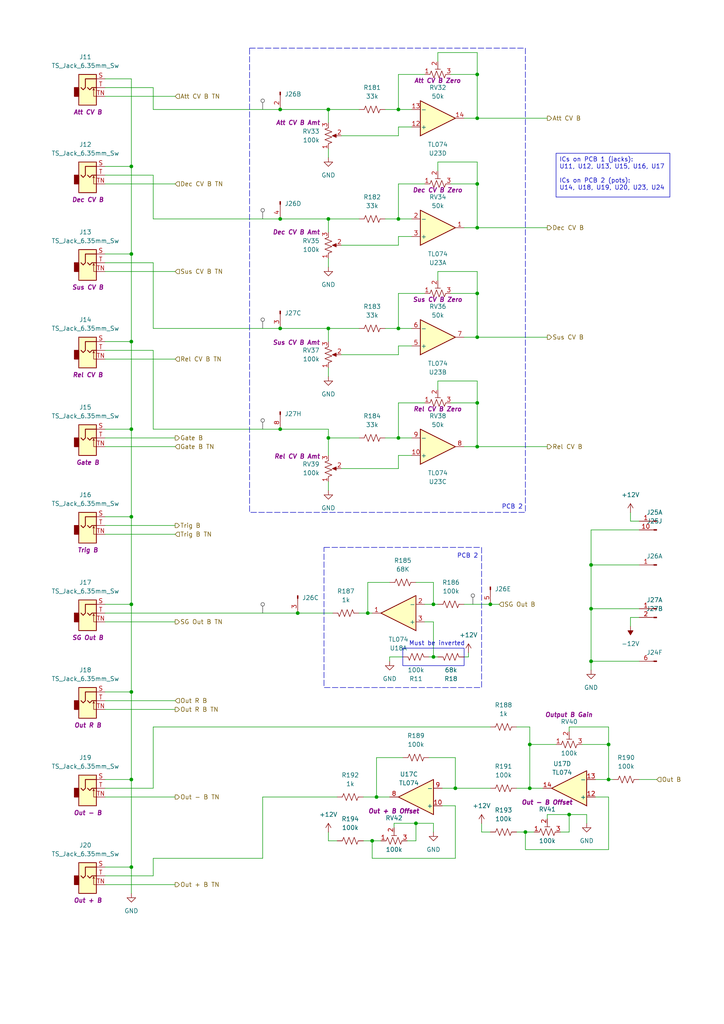
<source format=kicad_sch>
(kicad_sch (version 20250114) (generator "eeschema") (generator_version "9.0")
  (paper "A4" portrait)
  (title_block (company "DMH Instruments") (comment 1 "PCB for 15cm Kosmo format synthesizer module"))
  (lib_symbols
    (symbol "Amplifier_Operational:TL074" (pin_names (offset 0.127))
      (property "Reference" "U" (at 0 5.08 0))
      (property "Value" "TL074" (at 0 -5.08 0))
      (symbol "TL074_1_1"
        (polyline (pts (xy -5.08 5.08) (xy 5.08 0) (xy -5.08 -5.08) (xy -5.08 5.08)) (stroke (width 0.254)) (fill (type background)))
        (pin input line (at -7.62 2.54 0) (length 2.54) (name "+") (number "3"))
        (pin input line (at -7.62 -2.54 0) (length 2.54) (name "-") (number "2"))
        (pin output line (at 7.62 0 180) (length 2.54) (name "~") (number "1"))
      )
      (symbol "TL074_2_1"
        (polyline (pts (xy -5.08 5.08) (xy 5.08 0) (xy -5.08 -5.08) (xy -5.08 5.08)) (stroke (width 0.254)) (fill (type background)))
        (pin input line (at -7.62 2.54 0) (length 2.54) (name "+") (number "5"))
        (pin input line (at -7.62 -2.54 0) (length 2.54) (name "-") (number "6"))
        (pin output line (at 7.62 0 180) (length 2.54) (name "~") (number "7"))
      )
      (symbol "TL074_3_1"
        (polyline (pts (xy -5.08 5.08) (xy 5.08 0) (xy -5.08 -5.08) (xy -5.08 5.08)) (stroke (width 0.254)) (fill (type background)))
        (pin input line (at -7.62 2.54 0) (length 2.54) (name "+") (number "10"))
        (pin input line (at -7.62 -2.54 0) (length 2.54) (name "-") (number "9"))
        (pin output line (at 7.62 0 180) (length 2.54) (name "~") (number "8"))
      )
      (symbol "TL074_4_1"
        (polyline (pts (xy -5.08 5.08) (xy 5.08 0) (xy -5.08 -5.08) (xy -5.08 5.08)) (stroke (width 0.254)) (fill (type background)))
        (pin input line (at -7.62 2.54 0) (length 2.54) (name "+") (number "12"))
        (pin input line (at -7.62 -2.54 0) (length 2.54) (name "-") (number "13"))
        (pin output line (at 7.62 0 180) (length 2.54) (name "~") (number "14"))
      )
      (symbol "TL074_5_1"
        (pin power_in line (at -2.54 7.62 270) (length 3.81) (name "V+") (number "4"))
        (pin power_in line (at -2.54 -7.62 90) (length 3.81) (name "V-") (number "11"))
      )
    )
    (symbol "Device:R_Potentiometer_Trim_US" (pin_names (offset 1.016) (hide yes))
      (property "Reference" "RV" (at -4.445 0 90))
      (property "Value" "R_Potentiometer_Trim_US" (at -2.54 0 90))
      (symbol "R_Potentiometer_Trim_US_0_1"
        (polyline (pts (xy 0 2.286) (xy 0 2.54)))
        (polyline (pts (xy 0 2.286) (xy 1.016 1.905) (xy 0 1.524) (xy -1.016 1.143) (xy 0 0.762)))
        (polyline (pts (xy 0 0.762) (xy 1.016 0.381) (xy 0 0) (xy -1.016 -0.381) (xy 0 -0.762)))
        (polyline (pts (xy 0 -0.762) (xy 1.016 -1.143) (xy 0 -1.524) (xy -1.016 -1.905) (xy 0 -2.286)))
        (polyline (pts (xy 0 -2.286) (xy 0 -2.54)))
        (polyline (pts (xy 1.524 0.762) (xy 1.524 -0.762)))
        (polyline (pts (xy 2.54 0) (xy 1.524 0)))
      )
      (symbol "R_Potentiometer_Trim_US_1_1"
        (pin passive line (at 0 3.81 270) (length 1.27) (name "1") (number "1"))
        (pin passive line (at 0 -3.81 90) (length 1.27) (name "3") (number "3"))
        (pin passive line (at 3.81 0 180) (length 1.27) (name "2") (number "2"))
      )
    )
    (symbol "Device:R_Potentiometer_US" (pin_names (offset 1.016) (hide yes))
      (property "Reference" "RV" (at -4.445 0 90))
      (property "Value" "R_Potentiometer_US" (at -2.54 0 90))
      (symbol "R_Potentiometer_US_0_1"
        (polyline (pts (xy 0 2.54) (xy 0 2.286)))
        (polyline (pts (xy 0 2.286) (xy 1.016 1.905) (xy 0 1.524) (xy -1.016 1.143) (xy 0 0.762)))
        (polyline (pts (xy 0 0.762) (xy 1.016 0.381) (xy 0 0) (xy -1.016 -0.381) (xy 0 -0.762)))
        (polyline (pts (xy 0 -0.762) (xy 1.016 -1.143) (xy 0 -1.524) (xy -1.016 -1.905) (xy 0 -2.286)))
        (polyline (pts (xy 0 -2.286) (xy 0 -2.54)))
        (polyline (pts (xy 1.143 0) (xy 2.286 0.508) (xy 2.286 -0.508) (xy 1.143 0)) (fill (type outline)))
        (polyline (pts (xy 2.54 0) (xy 1.524 0)))
      )
      (symbol "R_Potentiometer_US_1_1"
        (pin passive line (at 0 3.81 270) (length 1.27) (name "1") (number "1"))
        (pin passive line (at 0 -3.81 90) (length 1.27) (name "3") (number "3"))
        (pin passive line (at 3.81 0 180) (length 1.27) (name "2") (number "2"))
      )
    )
    (symbol "Device:R_US" (pin_numbers (hide yes)) (pin_names (offset 0))
      (property "Reference" "R" (at 2.54 0 90))
      (property "Value" "R_US" (at -2.54 0 90))
      (symbol "R_US_0_1"
        (polyline (pts (xy 0 2.286) (xy 0 2.54)))
        (polyline (pts (xy 0 2.286) (xy 1.016 1.905) (xy 0 1.524) (xy -1.016 1.143) (xy 0 0.762)))
        (polyline (pts (xy 0 0.762) (xy 1.016 0.381) (xy 0 0) (xy -1.016 -0.381) (xy 0 -0.762)))
        (polyline (pts (xy 0 -0.762) (xy 1.016 -1.143) (xy 0 -1.524) (xy -1.016 -1.905) (xy 0 -2.286)))
        (polyline (pts (xy 0 -2.286) (xy 0 -2.54)))
      )
      (symbol "R_US_1_1"
        (pin passive line (at 0 3.81 270) (length 1.27) (name "~") (number "1"))
        (pin passive line (at 0 -3.81 90) (length 1.27) (name "~") (number "2"))
      )
    )
    (symbol "SynthStuff:Conn_01x06_PinHeader" (pin_names (offset 1.016) (hide yes))
      (property "Reference" "J" (at 0 2.54 0))
      (symbol "Conn_01x06_PinHeader_1_1"
        (rectangle (start 0.8636 0.127) (end 0 -0.127) (stroke (width 0.1524)) (fill (type outline)))
        (polyline (pts (xy 1.27 0) (xy 0.8636 0)) (stroke (width 0.1524)))
        (pin passive line (at 5.08 0 180) (length 3.81) (name "Pin_1") (number "1"))
      )
      (symbol "Conn_01x06_PinHeader_2_1"
        (rectangle (start 0.8636 0.127) (end 0 -0.127) (stroke (width 0.1524)) (fill (type outline)))
        (polyline (pts (xy 1.27 0) (xy 0.8636 0)) (stroke (width 0.1524)))
        (pin passive line (at 5.08 0 180) (length 3.81) (name "Pin_2") (number "2"))
      )
      (symbol "Conn_01x06_PinHeader_3_1"
        (rectangle (start 0.8636 0.127) (end 0 -0.127) (stroke (width 0.1524)) (fill (type outline)))
        (polyline (pts (xy 1.27 0) (xy 0.8636 0)) (stroke (width 0.1524)))
        (pin passive line (at 5.08 0 180) (length 3.81) (name "Pin_3") (number "3"))
      )
      (symbol "Conn_01x06_PinHeader_4_1"
        (rectangle (start 0.8636 0.127) (end 0 -0.127) (stroke (width 0.1524)) (fill (type outline)))
        (polyline (pts (xy 1.27 0) (xy 0.8636 0)) (stroke (width 0.1524)))
        (pin passive line (at 5.08 0 180) (length 3.81) (name "Pin_4") (number "4"))
      )
      (symbol "Conn_01x06_PinHeader_5_1"
        (rectangle (start 0.8636 0.127) (end 0 -0.127) (stroke (width 0.1524)) (fill (type outline)))
        (polyline (pts (xy 1.27 0) (xy 0.8636 0)) (stroke (width 0.1524)))
        (pin passive line (at 5.08 0 180) (length 3.81) (name "Pin_5") (number "5"))
      )
      (symbol "Conn_01x06_PinHeader_6_1"
        (rectangle (start 0.8636 0.127) (end 0 -0.127) (stroke (width 0.1524)) (fill (type outline)))
        (polyline (pts (xy 1.27 0) (xy 0.8636 0)) (stroke (width 0.1524)))
        (pin passive line (at 5.08 0 180) (length 3.81) (name "Pin_6") (number "6"))
      )
    )
    (symbol "SynthStuff:Conn_01x10_PinHeader" (pin_names (offset 1.016) (hide yes))
      (property "Reference" "J" (at 0 2.54 0))
      (symbol "Conn_01x10_PinHeader_1_1"
        (rectangle (start 0.8636 0.127) (end 0 -0.127) (stroke (width 0.1524)) (fill (type outline)))
        (polyline (pts (xy 1.27 0) (xy 0.8636 0)) (stroke (width 0.1524)))
        (pin passive line (at 5.08 0 180) (length 3.81) (name "Pin_1") (number "1"))
      )
      (symbol "Conn_01x10_PinHeader_2_1"
        (rectangle (start 0.8636 0.127) (end 0 -0.127) (stroke (width 0.1524)) (fill (type outline)))
        (polyline (pts (xy 1.27 0) (xy 0.8636 0)) (stroke (width 0.1524)))
        (pin passive line (at 5.08 0 180) (length 3.81) (name "Pin_2") (number "2"))
      )
      (symbol "Conn_01x10_PinHeader_3_1"
        (rectangle (start 0.8636 0.127) (end 0 -0.127) (stroke (width 0.1524)) (fill (type outline)))
        (polyline (pts (xy 1.27 0) (xy 0.8636 0)) (stroke (width 0.1524)))
        (pin passive line (at 5.08 0 180) (length 3.81) (name "Pin_3") (number "3"))
      )
      (symbol "Conn_01x10_PinHeader_4_1"
        (rectangle (start 0.8636 0.127) (end 0 -0.127) (stroke (width 0.1524)) (fill (type outline)))
        (polyline (pts (xy 1.27 0) (xy 0.8636 0)) (stroke (width 0.1524)))
        (pin passive line (at 5.08 0 180) (length 3.81) (name "Pin_4") (number "4"))
      )
      (symbol "Conn_01x10_PinHeader_5_1"
        (rectangle (start 0.8636 0.127) (end 0 -0.127) (stroke (width 0.1524)) (fill (type outline)))
        (polyline (pts (xy 1.27 0) (xy 0.8636 0)) (stroke (width 0.1524)))
        (pin passive line (at 5.08 0 180) (length 3.81) (name "Pin_5") (number "5"))
      )
      (symbol "Conn_01x10_PinHeader_6_1"
        (rectangle (start 0.8636 0.127) (end 0 -0.127) (stroke (width 0.1524)) (fill (type outline)))
        (polyline (pts (xy 1.27 0) (xy 0.8636 0)) (stroke (width 0.1524)))
        (pin passive line (at 5.08 0 180) (length 3.81) (name "Pin_6") (number "6"))
      )
      (symbol "Conn_01x10_PinHeader_7_1"
        (rectangle (start 0.8636 0.127) (end 0 -0.127) (stroke (width 0.1524)) (fill (type outline)))
        (polyline (pts (xy 1.27 0) (xy 0.8636 0)) (stroke (width 0.1524)))
        (pin passive line (at 5.08 0 180) (length 3.81) (name "Pin_7") (number "7"))
      )
      (symbol "Conn_01x10_PinHeader_8_1"
        (rectangle (start 0.8636 0.127) (end 0 -0.127) (stroke (width 0.1524)) (fill (type outline)))
        (polyline (pts (xy 1.27 0) (xy 0.8636 0)) (stroke (width 0.1524)))
        (pin passive line (at 5.08 0 180) (length 3.81) (name "Pin_8") (number "8"))
      )
      (symbol "Conn_01x10_PinHeader_9_1"
        (rectangle (start 0.8636 0.127) (end 0 -0.127) (stroke (width 0.1524)) (fill (type outline)))
        (polyline (pts (xy 1.27 0) (xy 0.8636 0)) (stroke (width 0.1524)))
        (pin passive line (at 5.08 0 180) (length 3.81) (name "Pin_9") (number "9"))
      )
      (symbol "Conn_01x10_PinHeader_10_1"
        (rectangle (start 0.8636 0.127) (end 0 -0.127) (stroke (width 0.1524)) (fill (type outline)))
        (polyline (pts (xy 1.27 0) (xy 0.8636 0)) (stroke (width 0.1524)))
        (pin passive line (at 5.08 0 180) (length 3.81) (name "Pin_10") (number "10"))
      )
    )
    (symbol "SynthStuff:TS_Jack_6.35mm_Sw"
      (property "Reference" "J" (at -0.635 8.89 0))
      (property "Value" "TS_Jack_6.35mm_Sw" (at -0.635 6.35 0))
      (symbol "TS_Jack_6.35mm_Sw_0_1"
        (rectangle (start -2.54 0) (end -3.81 -2.54) (stroke (width 0.254)) (fill (type outline)))
        (polyline (pts (xy 0 0) (xy 0.635 -0.635) (xy 1.27 0) (xy 2.54 0)) (stroke (width 0.254)))
        (polyline (pts (xy 1.778 -0.254) (xy 2.032 -0.762)))
        (rectangle (start 2.54 3.81) (end -2.54 -5.08) (stroke (width 0.254)) (fill (type background)))
        (polyline (pts (xy 2.54 2.54) (xy -0.635 2.54) (xy -0.635 0) (xy -1.27 -0.635) (xy -1.905 0)) (stroke (width 0.254)))
        (polyline (pts (xy 2.54 -2.54) (xy 1.778 -2.54) (xy 1.778 -0.254) (xy 1.524 -0.762)))
      )
      (symbol "TS_Jack_6.35mm_Sw_1_1"
        (pin passive line (at 5.08 2.54 180) (length 2.54) (name "~") (number "S"))
        (pin passive line (at 5.08 0 180) (length 2.54) (name "~") (number "T"))
        (pin passive line (at 5.08 -2.54 180) (length 2.54) (name "~") (number "TN"))
      )
    )
    (symbol "power:+12V" (power) (pin_numbers (hide yes)) (pin_names (offset 0) (hide yes))
      (property "Value" "+12V" (at 0 3.556 0))
      (symbol "+12V_0_1"
        (polyline (pts (xy -0.762 1.27) (xy 0 2.54)))
        (polyline (pts (xy 0 2.54) (xy 0.762 1.27)))
        (polyline (pts (xy 0 0) (xy 0 2.54)))
      )
      (symbol "+12V_1_1"
        (pin power_in line (at 0 0 90) (length 0) (name "~") (number "1"))
      )
    )
    (symbol "power:-12V" (power) (pin_numbers (hide yes)) (pin_names (offset 0) (hide yes))
      (property "Value" "-12V" (at 0 3.556 0))
      (symbol "-12V_0_0"
        (pin power_in line (at 0 0 90) (length 0) (name "~") (number "1"))
      )
      (symbol "-12V_0_1"
        (polyline (pts (xy 0 0) (xy 0 1.27) (xy 0.762 1.27) (xy 0 2.54) (xy -0.762 1.27) (xy 0 1.27)) (fill (type outline)))
      )
    )
    (symbol "power:GND" (power) (pin_numbers (hide yes)) (pin_names (offset 0) (hide yes))
      (property "Value" "GND" (at 0 -3.81 0))
      (symbol "GND_0_1"
        (polyline (pts (xy 0 0) (xy 0 -1.27) (xy 1.27 -1.27) (xy 0 -2.54) (xy -1.27 -1.27) (xy 0 -1.27)))
      )
      (symbol "GND_1_1"
        (pin power_in line (at 0 0 270) (length 0) (name "~") (number "1"))
      )
    )
  )
  (rectangle (start 116.84 187.96) (end 134.62 193.04))
  (rectangle (start 72.39 13.97) (end 152.4 148.59) (stroke (width 0) (type dash)))
  (rectangle (start 93.98 158.75) (end 139.7 199.39) (stroke (width 0) (type dash)))
  (text "PCB 2" (at 148.59 147.066 0) (effects (font (size 1.27 1.27))))
  (text "Must be inverted" (at 126.746 186.69 0) (effects (font (size 1.27 1.27))))
  (text "PCB 2" (at 135.636 161.29 0) (effects (font (size 1.27 1.27))))
  (text_box "ICs on PCB 1 (jacks):\nU11, U12, U13, U15, U16, U17\n\nICs on PCB 2 (pots):\nU14, U18, U19, U20, U23, U24" (at 161.29 44.45 0) (size 33.02 12.7) (margins 0.9525 0.9525 0.9525 0.9525) (effects (font (size 1.27 1.27)) (justify left top)))
  (junction (at 38.1 226.06))
  (junction (at 132.08 228.6))
  (junction (at 176.53 226.06))
  (junction (at 153.67 228.6))
  (junction (at 38.1 124.46))
  (junction (at 120.65 238.76))
  (junction (at 86.36 177.8))
  (junction (at 115.57 31.75))
  (junction (at 125.73 190.5))
  (junction (at 38.1 200.66))
  (junction (at 81.28 31.75))
  (junction (at 138.43 21.59))
  (junction (at 171.45 191.77))
  (junction (at 176.53 215.9))
  (junction (at 115.57 95.25))
  (junction (at 142.24 175.26))
  (junction (at 38.1 175.26))
  (junction (at 95.25 31.75))
  (junction (at 138.43 116.84))
  (junction (at 152.4 241.3))
  (junction (at 138.43 129.54))
  (junction (at 38.1 149.86))
  (junction (at 81.28 63.5))
  (junction (at 171.45 176.53))
  (junction (at 38.1 99.06))
  (junction (at 38.1 73.66))
  (junction (at 138.43 97.79))
  (junction (at 107.95 243.84))
  (junction (at 138.43 66.04))
  (junction (at 171.45 163.83))
  (junction (at 95.25 95.25))
  (junction (at 165.1 236.22))
  (junction (at 95.25 63.5))
  (junction (at 153.67 215.9))
  (junction (at 81.28 124.46))
  (junction (at 115.57 127))
  (junction (at 115.57 63.5))
  (junction (at 38.1 251.46))
  (junction (at 38.1 48.26))
  (junction (at 138.43 34.29))
  (junction (at 95.25 127))
  (junction (at 109.22 231.14))
  (junction (at 138.43 53.34))
  (junction (at 81.28 95.25))
  (junction (at 138.43 85.09))
  (junction (at 125.73 175.26))
  (junction (at 106.68 177.8))
  (wire (pts (xy 81.28 95.25) (xy 95.25 95.25)))
  (wire (pts (xy 115.57 85.09) (xy 123.19 85.09)))
  (wire (pts (xy 130.81 21.59) (xy 138.43 21.59)))
  (wire (pts (xy 95.25 127) (xy 95.25 132.08)))
  (wire (pts (xy 30.48 152.4) (xy 50.8 152.4)))
  (wire (pts (xy 38.1 22.86) (xy 38.1 48.26)))
  (wire (pts (xy 171.45 191.77) (xy 171.45 194.31)))
  (wire (pts (xy 130.81 53.34) (xy 138.43 53.34)))
  (wire (pts (xy 38.1 251.46) (xy 30.48 251.46)))
  (wire (pts (xy 95.25 63.5) (xy 95.25 67.31)))
  (wire (pts (xy 95.25 31.75) (xy 95.25 35.56)))
  (wire (pts (xy 127 78.74) (xy 138.43 78.74)))
  (wire (pts (xy 115.57 135.89) (xy 115.57 132.08)))
  (wire (pts (xy 125.73 238.76) (xy 125.73 241.3)))
  (wire (pts (xy 115.57 36.83) (xy 119.38 36.83)))
  (wire (pts (xy 30.48 50.8) (xy 44.45 50.8)))
  (wire (pts (xy 138.43 97.79) (xy 158.75 97.79)))
  (wire (pts (xy 185.42 226.06) (xy 190.5 226.06)))
  (wire (pts (xy 44.45 210.82) (xy 44.45 228.6)))
  (wire (pts (xy 149.86 241.3) (xy 152.4 241.3)))
  (wire (pts (xy 30.48 231.14) (xy 50.8 231.14)))
  (wire (pts (xy 138.43 66.04) (xy 158.75 66.04)))
  (wire (pts (xy 158.75 237.49) (xy 158.75 236.22)))
  (wire (pts (xy 115.57 53.34) (xy 115.57 63.5)))
  (wire (pts (xy 30.48 203.2) (xy 50.8 203.2)))
  (wire (pts (xy 95.25 241.3) (xy 95.25 243.84)))
  (wire (pts (xy 120.65 243.84) (xy 120.65 238.76)))
  (wire (pts (xy 30.48 226.06) (xy 38.1 226.06)))
  (wire (pts (xy 142.24 175.26) (xy 144.78 175.26)))
  (wire (pts (xy 30.48 254) (xy 44.45 254)))
  (wire (pts (xy 158.75 236.22) (xy 165.1 236.22)))
  (wire (pts (xy 115.57 39.37) (xy 115.57 36.83)))
  (wire (pts (xy 30.48 129.54) (xy 50.8 129.54)))
  (wire (pts (xy 115.57 95.25) (xy 119.38 95.25)))
  (wire (pts (xy 76.2 231.14) (xy 97.79 231.14)))
  (wire (pts (xy 30.48 48.26) (xy 38.1 48.26)))
  (wire (pts (xy 30.48 124.46) (xy 38.1 124.46)))
  (wire (pts (xy 81.28 124.46) (xy 95.25 124.46)))
  (wire (pts (xy 115.57 21.59) (xy 123.19 21.59)))
  (wire (pts (xy 44.45 76.2) (xy 44.45 95.25)))
  (wire (pts (xy 30.48 200.66) (xy 38.1 200.66)))
  (wire (pts (xy 44.45 31.75) (xy 81.28 31.75)))
  (wire (pts (xy 76.2 248.92) (xy 76.2 231.14)))
  (wire (pts (xy 107.95 243.84) (xy 110.49 243.84)))
  (wire (pts (xy 165.1 210.82) (xy 176.53 210.82)))
  (wire (pts (xy 30.48 101.6) (xy 44.45 101.6)))
  (wire (pts (xy 138.43 21.59) (xy 138.43 34.29)))
  (wire (pts (xy 115.57 127) (xy 119.38 127)))
  (wire (pts (xy 162.56 241.3) (xy 165.1 241.3)))
  (wire (pts (xy 127 175.26) (xy 125.73 175.26)))
  (wire (pts (xy 149.86 210.82) (xy 153.67 210.82)))
  (wire (pts (xy 95.25 124.46) (xy 95.25 127)))
  (wire (pts (xy 153.67 228.6) (xy 157.48 228.6)))
  (wire (pts (xy 44.45 63.5) (xy 81.28 63.5)))
  (wire (pts (xy 113.03 190.5) (xy 113.03 191.77)))
  (wire (pts (xy 95.25 127) (xy 104.14 127)))
  (wire (pts (xy 161.29 215.9) (xy 153.67 215.9)))
  (wire (pts (xy 182.88 148.59) (xy 182.88 151.13)))
  (wire (pts (xy 38.1 99.06) (xy 38.1 124.46)))
  (wire (pts (xy 138.43 78.74) (xy 138.43 85.09)))
  (wire (pts (xy 38.1 124.46) (xy 38.1 149.86)))
  (wire (pts (xy 171.45 153.67) (xy 171.45 163.83)))
  (wire (pts (xy 116.84 219.71) (xy 109.22 219.71)))
  (wire (pts (xy 172.72 226.06) (xy 176.53 226.06)))
  (wire (pts (xy 30.48 180.34) (xy 50.8 180.34)))
  (wire (pts (xy 30.48 175.26) (xy 38.1 175.26)))
  (wire (pts (xy 172.72 231.14) (xy 176.53 231.14)))
  (wire (pts (xy 111.76 63.5) (xy 115.57 63.5)))
  (wire (pts (xy 95.25 243.84) (xy 97.79 243.84)))
  (wire (pts (xy 176.53 215.9) (xy 176.53 226.06)))
  (wire (pts (xy 115.57 63.5) (xy 119.38 63.5)))
  (wire (pts (xy 111.76 95.25) (xy 115.57 95.25)))
  (wire (pts (xy 149.86 228.6) (xy 153.67 228.6)))
  (wire (pts (xy 115.57 116.84) (xy 115.57 127)))
  (wire (pts (xy 105.41 231.14) (xy 109.22 231.14)))
  (wire (pts (xy 95.25 106.68) (xy 95.25 109.22)))
  (wire (pts (xy 127 110.49) (xy 138.43 110.49)))
  (wire (pts (xy 44.45 248.92) (xy 76.2 248.92)))
  (wire (pts (xy 113.03 168.91) (xy 106.68 168.91)))
  (wire (pts (xy 99.06 135.89) (xy 115.57 135.89)))
  (wire (pts (xy 30.48 25.4) (xy 44.45 25.4)))
  (wire (pts (xy 38.1 175.26) (xy 38.1 200.66)))
  (wire (pts (xy 134.62 175.26) (xy 142.24 175.26)))
  (wire (pts (xy 105.41 243.84) (xy 107.95 243.84)))
  (wire (pts (xy 109.22 231.14) (xy 113.03 231.14)))
  (wire (pts (xy 120.65 238.76) (xy 125.73 238.76)))
  (wire (pts (xy 30.48 22.86) (xy 38.1 22.86)))
  (wire (pts (xy 153.67 210.82) (xy 153.67 215.9)))
  (wire (pts (xy 128.27 228.6) (xy 132.08 228.6)))
  (wire (pts (xy 86.36 177.8) (xy 96.52 177.8)))
  (wire (pts (xy 115.57 132.08) (xy 119.38 132.08)))
  (wire (pts (xy 125.73 175.26) (xy 123.19 175.26)))
  (wire (pts (xy 95.25 31.75) (xy 104.14 31.75)))
  (wire (pts (xy 127 15.24) (xy 138.43 15.24)))
  (wire (pts (xy 130.81 116.84) (xy 138.43 116.84)))
  (wire (pts (xy 44.45 95.25) (xy 81.28 95.25)))
  (wire (pts (xy 81.28 31.75) (xy 95.25 31.75)))
  (wire (pts (xy 127 81.28) (xy 127 78.74)))
  (wire (pts (xy 115.57 21.59) (xy 115.57 31.75)))
  (wire (pts (xy 168.91 215.9) (xy 176.53 215.9)))
  (wire (pts (xy 38.1 149.86) (xy 38.1 175.26)))
  (wire (pts (xy 116.84 190.5) (xy 113.03 190.5)))
  (wire (pts (xy 176.53 226.06) (xy 177.8 226.06)))
  (wire (pts (xy 30.48 73.66) (xy 38.1 73.66)))
  (wire (pts (xy 125.73 180.34) (xy 125.73 190.5)))
  (wire (pts (xy 30.48 154.94) (xy 50.8 154.94)))
  (wire (pts (xy 132.08 233.68) (xy 132.08 248.92)))
  (wire (pts (xy 127 17.78) (xy 127 15.24)))
  (wire (pts (xy 165.1 212.09) (xy 165.1 210.82)))
  (wire (pts (xy 30.48 78.74) (xy 50.8 78.74)))
  (wire (pts (xy 138.43 97.79) (xy 134.62 97.79)))
  (wire (pts (xy 185.42 151.13) (xy 182.88 151.13)))
  (wire (pts (xy 123.19 180.34) (xy 125.73 180.34)))
  (wire (pts (xy 127 46.99) (xy 138.43 46.99)))
  (wire (pts (xy 132.08 219.71) (xy 132.08 228.6)))
  (wire (pts (xy 138.43 34.29) (xy 158.75 34.29)))
  (wire (pts (xy 152.4 241.3) (xy 152.4 246.38)))
  (wire (pts (xy 138.43 46.99) (xy 138.43 53.34)))
  (wire (pts (xy 171.45 163.83) (xy 171.45 176.53)))
  (wire (pts (xy 44.45 228.6) (xy 30.48 228.6)))
  (wire (pts (xy 138.43 66.04) (xy 134.62 66.04)))
  (wire (pts (xy 115.57 102.87) (xy 115.57 100.33)))
  (wire (pts (xy 81.28 63.5) (xy 95.25 63.5)))
  (wire (pts (xy 132.08 248.92) (xy 107.95 248.92)))
  (wire (pts (xy 38.1 251.46) (xy 38.1 259.08)))
  (wire (pts (xy 30.48 104.14) (xy 50.8 104.14)))
  (wire (pts (xy 38.1 226.06) (xy 38.1 251.46)))
  (wire (pts (xy 127 49.53) (xy 127 46.99)))
  (wire (pts (xy 114.3 238.76) (xy 120.65 238.76)))
  (wire (pts (xy 115.57 116.84) (xy 123.19 116.84)))
  (wire (pts (xy 115.57 68.58) (xy 119.38 68.58)))
  (wire (pts (xy 153.67 215.9) (xy 153.67 228.6)))
  (wire (pts (xy 44.45 210.82) (xy 142.24 210.82)))
  (wire (pts (xy 125.73 190.5) (xy 127 190.5)))
  (wire (pts (xy 109.22 219.71) (xy 109.22 231.14)))
  (wire (pts (xy 135.89 190.5) (xy 135.89 189.23)))
  (wire (pts (xy 30.48 76.2) (xy 44.45 76.2)))
  (wire (pts (xy 139.7 241.3) (xy 142.24 241.3)))
  (wire (pts (xy 111.76 127) (xy 115.57 127)))
  (wire (pts (xy 170.18 236.22) (xy 165.1 236.22)))
  (wire (pts (xy 30.48 205.74) (xy 50.8 205.74)))
  (wire (pts (xy 171.45 163.83) (xy 185.42 163.83)))
  (wire (pts (xy 115.57 100.33) (xy 119.38 100.33)))
  (wire (pts (xy 107.95 177.8) (xy 106.68 177.8)))
  (wire (pts (xy 176.53 246.38) (xy 176.53 231.14)))
  (wire (pts (xy 138.43 129.54) (xy 158.75 129.54)))
  (wire (pts (xy 132.08 228.6) (xy 142.24 228.6)))
  (wire (pts (xy 185.42 153.67) (xy 171.45 153.67)))
  (wire (pts (xy 106.68 168.91) (xy 106.68 177.8)))
  (wire (pts (xy 120.65 168.91) (xy 125.73 168.91)))
  (wire (pts (xy 104.14 177.8) (xy 106.68 177.8)))
  (wire (pts (xy 182.88 181.61) (xy 182.88 179.07)))
  (wire (pts (xy 165.1 236.22) (xy 165.1 241.3)))
  (wire (pts (xy 152.4 246.38) (xy 176.53 246.38)))
  (wire (pts (xy 111.76 31.75) (xy 115.57 31.75)))
  (wire (pts (xy 182.88 179.07) (xy 185.42 179.07)))
  (wire (pts (xy 44.45 101.6) (xy 44.45 124.46)))
  (wire (pts (xy 95.25 63.5) (xy 104.14 63.5)))
  (wire (pts (xy 44.45 124.46) (xy 81.28 124.46)))
  (wire (pts (xy 176.53 210.82) (xy 176.53 215.9)))
  (wire (pts (xy 99.06 39.37) (xy 115.57 39.37)))
  (wire (pts (xy 138.43 34.29) (xy 134.62 34.29)))
  (wire (pts (xy 95.25 74.93) (xy 95.25 77.47)))
  (wire (pts (xy 44.45 248.92) (xy 44.45 254)))
  (wire (pts (xy 128.27 233.68) (xy 132.08 233.68)))
  (wire (pts (xy 99.06 102.87) (xy 115.57 102.87)))
  (wire (pts (xy 95.25 139.7) (xy 95.25 142.24)))
  (wire (pts (xy 30.48 177.8) (xy 86.36 177.8)))
  (wire (pts (xy 124.46 219.71) (xy 132.08 219.71)))
  (wire (pts (xy 38.1 73.66) (xy 38.1 99.06)))
  (wire (pts (xy 138.43 110.49) (xy 138.43 116.84)))
  (wire (pts (xy 125.73 168.91) (xy 125.73 175.26)))
  (wire (pts (xy 30.48 53.34) (xy 50.8 53.34)))
  (wire (pts (xy 138.43 85.09) (xy 138.43 97.79)))
  (wire (pts (xy 30.48 149.86) (xy 38.1 149.86)))
  (wire (pts (xy 138.43 53.34) (xy 138.43 66.04)))
  (wire (pts (xy 30.48 127) (xy 50.8 127)))
  (wire (pts (xy 134.62 190.5) (xy 135.89 190.5)))
  (wire (pts (xy 152.4 241.3) (xy 154.94 241.3)))
  (wire (pts (xy 127 113.03) (xy 127 110.49)))
  (wire (pts (xy 44.45 25.4) (xy 44.45 31.75)))
  (wire (pts (xy 107.95 248.92) (xy 107.95 243.84)))
  (wire (pts (xy 130.81 85.09) (xy 138.43 85.09)))
  (wire (pts (xy 115.57 85.09) (xy 115.57 95.25)))
  (wire (pts (xy 38.1 200.66) (xy 38.1 226.06)))
  (wire (pts (xy 30.48 27.94) (xy 50.8 27.94)))
  (wire (pts (xy 118.11 243.84) (xy 120.65 243.84)))
  (wire (pts (xy 115.57 31.75) (xy 119.38 31.75)))
  (wire (pts (xy 171.45 176.53) (xy 185.42 176.53)))
  (wire (pts (xy 115.57 71.12) (xy 115.57 68.58)))
  (wire (pts (xy 95.25 95.25) (xy 95.25 99.06)))
  (wire (pts (xy 115.57 53.34) (xy 123.19 53.34)))
  (wire (pts (xy 170.18 238.76) (xy 170.18 236.22)))
  (wire (pts (xy 138.43 129.54) (xy 134.62 129.54)))
  (wire (pts (xy 138.43 116.84) (xy 138.43 129.54)))
  (wire (pts (xy 171.45 191.77) (xy 185.42 191.77)))
  (wire (pts (xy 44.45 50.8) (xy 44.45 63.5)))
  (wire (pts (xy 114.3 240.03) (xy 114.3 238.76)))
  (wire (pts (xy 99.06 71.12) (xy 115.57 71.12)))
  (wire (pts (xy 30.48 256.54) (xy 50.8 256.54)))
  (wire (pts (xy 95.25 95.25) (xy 104.14 95.25)))
  (wire (pts (xy 139.7 238.76) (xy 139.7 241.3)))
  (wire (pts (xy 38.1 48.26) (xy 38.1 73.66)))
  (wire (pts (xy 138.43 15.24) (xy 138.43 21.59)))
  (wire (pts (xy 95.25 43.18) (xy 95.25 45.72)))
  (wire (pts (xy 30.48 99.06) (xy 38.1 99.06)))
  (wire (pts (xy 124.46 190.5) (xy 125.73 190.5)))
  (wire (pts (xy 171.45 176.53) (xy 171.45 191.77)))
  (hierarchical_label "Dec CV B" (shape output) (at 158.75 66.04 0))
  (hierarchical_label "Out R B TN" (shape output) (at 50.8 205.74 0))
  (hierarchical_label "Out B" (shape input) (at 190.5 226.06 0))
  (hierarchical_label "Rel CV B" (shape output) (at 158.75 129.54 0))
  (hierarchical_label "Gate B TN" (shape input) (at 50.8 129.54 0))
  (hierarchical_label "Out R B" (shape input) (at 50.8 203.2 0))
  (hierarchical_label "SG Out B" (shape input) (at 144.78 175.26 0))
  (hierarchical_label "Out + B TN" (shape output) (at 50.8 256.54 0))
  (hierarchical_label "SG Out B TN" (shape output) (at 50.8 180.34 0))
  (hierarchical_label "Trig B" (shape output) (at 50.8 152.4 0))
  (hierarchical_label "Att CV B TN" (shape input) (at 50.8 27.94 0))
  (hierarchical_label "Out - B TN" (shape output) (at 50.8 231.14 0))
  (hierarchical_label "Dec CV B TN" (shape input) (at 50.8 53.34 0))
  (hierarchical_label "Sus CV B" (shape output) (at 158.75 97.79 0))
  (hierarchical_label "Trig B TN" (shape input) (at 50.8 154.94 0))
  (hierarchical_label "Sus CV B TN" (shape input) (at 50.8 78.74 0))
  (hierarchical_label "Gate B" (shape output) (at 50.8 127 0))
  (hierarchical_label "Att CV B" (shape output) (at 158.75 34.29 0))
  (hierarchical_label "Rel CV B TN" (shape input) (at 50.8 104.14 0))
  (netclass_flag "" (length 2.54) (shape round) (at 76.2 95.25 0) (property "Netclass" "CrossPCB" (effects (hide yes))))
  (netclass_flag "" (length 2.54) (shape round) (at 76.2 31.75 0) (property "Netclass" "CrossPCB" (effects (hide yes))))
  (netclass_flag "" (length 2.54) (shape round) (at 137.16 175.26 0) (property "Netclass" "CrossPCB" (effects (hide yes))))
  (netclass_flag "" (length 2.54) (shape round) (at 76.2 63.5 0) (property "Netclass" "CrossPCB" (effects (hide yes))))
  (netclass_flag "" (length 2.54) (shape round) (at 76.2 124.46 0) (property "Netclass" "CrossPCB" (effects (hide yes))))
  (netclass_flag "" (length 2.54) (shape round) (at 76.2 177.8 0) (property "Netclass" "CrossPCB" (effects (hide yes))))
  (symbol (lib_id "Device:R_US") (at 130.81 190.5 270) (mirror x) (unit 1) (on_board no)
    (property "Reference" "R18" (at 130.81 196.85 90))
    (property "Value" "68k" (at 130.81 194.31 90))
    (property "Footprint" "Resistor_THT:R_Axial_DIN0207_L6.3mm_D2.5mm_P7.62mm_Horizontal" (effects (hide yes)))
    (property "Description" "Resistor, US symbol" (effects (hide yes)))
  )
  (symbol (lib_id "power:+12V") (at 182.88 148.59 0) (unit 1)
    (property "Reference" "#PWR0159" (effects (hide yes)))
    (property "Value" "+12V" (at 182.88 143.51 0))
    (property "Description" "Power symbol creates a global label with name \"+12V\"" (effects (hide yes)))
  )
  (symbol (lib_id "Device:R_Potentiometer_Trim_US") (at 127 85.09 90) (unit 1) (on_board no)
    (property "Reference" "RV36" (at 127 88.9 90))
    (property "Value" "50k" (at 127 91.44 90))
    (property "Footprint" "Potentiometer_THT:Potentiometer_Bourns_3296X_Horizontal" (effects (hide yes)))
    (property "Description" "Trim-potentiometer, US symbol" (effects (hide yes)))
    (property "Function" "Sus CV B Zero" (at 127 86.868 90) (effects (font (thickness 0.254) (bold yes) (italic yes))))
  )
  (symbol (lib_id "power:GND") (at 95.25 109.22 0) (unit 1) (on_board no)
    (property "Reference" "#PWR0157" (effects (hide yes)))
    (property "Value" "GND" (at 95.25 114.3 0))
    (property "Description" "Power symbol creates a global label with name \"GND\" , ground" (effects (hide yes)))
  )
  (symbol (lib_id "SynthStuff:TS_Jack_6.35mm_Sw") (at 25.4 101.6 0) (unit 1)
    (property "Reference" "J14" (at 24.765 92.71 0))
    (property "Value" "TS_Jack_6.35mm_Sw" (at 24.765 95.25 0))
    (property "Footprint" "SynthStuff:CUI_MJ-63052A" (effects (hide yes)))
    (property "Description" "Audio Jack, 2 Poles (Mono / TS), Switched T Pole (Normalling), 6.35mm, 1/4inch" (effects (hide yes)))
    (property "Function" "Rel CV B" (at 25.4 108.712 0) (effects (font (thickness 0.254) (bold yes) (italic yes))))
  )
  (symbol (lib_id "SynthStuff:TS_Jack_6.35mm_Sw") (at 25.4 203.2 0) (unit 1)
    (property "Reference" "J18" (at 24.765 194.31 0))
    (property "Value" "TS_Jack_6.35mm_Sw" (at 24.765 196.85 0))
    (property "Footprint" "SynthStuff:CUI_MJ-63052A" (effects (hide yes)))
    (property "Description" "Audio Jack, 2 Poles (Mono / TS), Switched T Pole (Normalling), 6.35mm, 1/4inch" (effects (hide yes)))
    (property "Function" "Out R B" (at 25.4 210.312 0) (effects (font (thickness 0.254) (bold yes) (italic yes))))
  )
  (symbol (lib_id "SynthStuff:Conn_01x10_PinHeader") (at 81.28 26.67 270) (unit 2)
    (property "Reference" "J26" (at 82.55 27.3049 90) (effects (justify left)))
    (property "Value" "Conn_01x10_PinHeader" (effects (hide yes)))
    (property "Footprint" "Connector_PinHeader_2.54mm:PinHeader_1x10_P2.54mm_Vertical" (effects (hide yes)))
    (property "Description" "Generic connector, single row, 01x10" (effects (hide yes)))
  )
  (symbol (lib_id "Device:R_US") (at 116.84 168.91 270) (unit 1) (on_board no)
    (property "Reference" "R185" (at 116.84 162.56 90))
    (property "Value" "68K" (at 116.84 165.1 90))
    (property "Footprint" "Resistor_THT:R_Axial_DIN0207_L6.3mm_D2.5mm_P7.62mm_Horizontal" (effects (hide yes)))
    (property "Description" "Resistor, US symbol" (effects (hide yes)))
  )
  (symbol (lib_id "SynthStuff:TS_Jack_6.35mm_Sw") (at 25.4 127 0) (unit 1)
    (property "Reference" "J15" (at 24.765 118.11 0))
    (property "Value" "TS_Jack_6.35mm_Sw" (at 24.765 120.65 0))
    (property "Footprint" "SynthStuff:CUI_MJ-63052A" (effects (hide yes)))
    (property "Description" "Audio Jack, 2 Poles (Mono / TS), Switched T Pole (Normalling), 6.35mm, 1/4inch" (effects (hide yes)))
    (property "Function" "Gate B" (at 25.4 134.112 0) (effects (font (thickness 0.254) (bold yes) (italic yes))))
  )
  (symbol (lib_id "Device:R_US") (at 101.6 243.84 270) (unit 1)
    (property "Reference" "R194" (at 101.6 237.49 90))
    (property "Value" "100k" (at 101.6 240.03 90))
    (property "Footprint" "Resistor_THT:R_Axial_DIN0207_L6.3mm_D2.5mm_P7.62mm_Horizontal" (effects (hide yes)))
    (property "Description" "Resistor, US symbol" (effects (hide yes)))
  )
  (symbol (lib_id "Device:R_US") (at 107.95 63.5 90) (unit 1) (on_board no)
    (property "Reference" "R182" (at 107.95 57.15 90))
    (property "Value" "33k" (at 107.95 59.69 90))
    (property "Footprint" "Resistor_THT:R_Axial_DIN0207_L6.3mm_D2.5mm_P7.62mm_Horizontal" (effects (hide yes)))
    (property "Description" "Resistor, US symbol" (effects (hide yes)))
  )
  (symbol (lib_id "SynthStuff:TS_Jack_6.35mm_Sw") (at 25.4 50.8 0) (unit 1)
    (property "Reference" "J12" (at 24.765 41.91 0))
    (property "Value" "TS_Jack_6.35mm_Sw" (at 24.765 44.45 0))
    (property "Footprint" "SynthStuff:CUI_MJ-63052A" (effects (hide yes)))
    (property "Description" "Audio Jack, 2 Poles (Mono / TS), Switched T Pole (Normalling), 6.35mm, 1/4inch" (effects (hide yes)))
    (property "Function" "Dec CV B" (at 25.4 57.912 0) (effects (font (thickness 0.254) (bold yes) (italic yes))))
  )
  (symbol (lib_id "SynthStuff:TS_Jack_6.35mm_Sw") (at 25.4 228.6 0) (unit 1)
    (property "Reference" "J19" (at 24.765 219.71 0))
    (property "Value" "TS_Jack_6.35mm_Sw" (at 24.765 222.25 0))
    (property "Footprint" "SynthStuff:CUI_MJ-63052A" (effects (hide yes)))
    (property "Description" "Audio Jack, 2 Poles (Mono / TS), Switched T Pole (Normalling), 6.35mm, 1/4inch" (effects (hide yes)))
    (property "Function" "Out - B" (at 25.4 235.712 0) (effects (font (thickness 0.254) (bold yes) (italic yes))))
  )
  (symbol (lib_id "Amplifier_Operational:TL074") (at 127 34.29 0) (mirror x) (unit 4) (on_board no)
    (property "Reference" "U23" (at 127 44.45 0))
    (property "Value" "TL074" (at 127 41.91 0))
    (property "Footprint" "Package_DIP:DIP-14_W7.62mm_Socket" (effects (hide yes)))
    (property "Datasheet" "http://www.ti.com/lit/ds/symlink/tl071.pdf" (effects (hide yes)))
    (property "Description" "Quad Low-Noise JFET-Input Operational Amplifiers, DIP-14/SOIC-14" (effects (hide yes)))
  )
  (symbol (lib_id "Device:R_US") (at 100.33 177.8 90) (mirror x) (unit 1) (on_board no)
    (property "Reference" "R187" (at 100.33 171.45 90))
    (property "Value" "1k" (at 100.33 173.99 90))
    (property "Footprint" "Resistor_THT:R_Axial_DIN0207_L6.3mm_D2.5mm_P7.62mm_Horizontal" (effects (hide yes)))
    (property "Description" "Resistor, US symbol" (effects (hide yes)))
  )
  (symbol (lib_id "SynthStuff:TS_Jack_6.35mm_Sw") (at 25.4 25.4 0) (unit 1)
    (property "Reference" "J11" (at 24.765 16.51 0))
    (property "Value" "TS_Jack_6.35mm_Sw" (at 24.765 19.05 0))
    (property "Footprint" "SynthStuff:CUI_MJ-63052A" (effects (hide yes)))
    (property "Description" "Audio Jack, 2 Poles (Mono / TS), Switched T Pole (Normalling), 6.35mm, 1/4inch" (effects (hide yes)))
    (property "Function" "Att CV B" (at 25.4 32.512 0) (effects (font (thickness 0.254) (bold yes) (italic yes))))
  )
  (symbol (lib_id "Amplifier_Operational:TL074") (at 165.1 228.6 180) (unit 4)
    (property "Reference" "U17" (at 163.068 221.488 0))
    (property "Value" "TL074" (at 163.068 224.028 0))
    (property "Footprint" "Package_DIP:DIP-14_W7.62mm_Socket" (effects (hide yes)))
    (property "Datasheet" "http://www.ti.com/lit/ds/symlink/tl071.pdf" (effects (hide yes)))
    (property "Description" "Quad Low-Noise JFET-Input Operational Amplifiers, DIP-14/SOIC-14" (effects (hide yes)))
  )
  (symbol (lib_id "power:GND") (at 95.25 142.24 0) (unit 1) (on_board no)
    (property "Reference" "#PWR0158" (effects (hide yes)))
    (property "Value" "GND" (at 95.25 147.32 0))
    (property "Description" "Power symbol creates a global label with name \"GND\" , ground" (effects (hide yes)))
  )
  (symbol (lib_id "power:GND") (at 113.03 191.77 0) (mirror y) (unit 1) (on_board no)
    (property "Reference" "#PWR038" (effects (hide yes)))
    (property "Value" "GND" (at 113.03 196.85 0))
    (property "Description" "Power symbol creates a global label with name \"GND\" , ground" (effects (hide yes)))
  )
  (symbol (lib_id "Device:R_Potentiometer_US") (at 95.25 71.12 0) (mirror x) (unit 1) (on_board no)
    (property "Reference" "RV35" (at 92.71 69.8499 0) (effects (justify right)))
    (property "Value" "100k" (at 92.71 72.3899 0) (effects (justify right)))
    (property "Footprint" "SynthStuff:Potentiometer_TT_P110KH1" (effects (hide yes)))
    (property "Description" "Potentiometer, US symbol" (effects (hide yes)))
    (property "Function" "Dec CV B Amt" (at 85.852 67.31 0) (effects (font (thickness 0.254) (bold yes) (italic yes))))
  )
  (symbol (lib_id "Device:R_Potentiometer_Trim_US") (at 158.75 241.3 90) (unit 1)
    (property "Reference" "RV41" (at 158.75 234.696 90))
    (property "Value" "100k" (at 158.75 243.84 90))
    (property "Footprint" "Potentiometer_THT:Potentiometer_Bourns_3296W_Vertical" (effects (hide yes)))
    (property "Description" "Trim-potentiometer, US symbol" (effects (hide yes)))
    (property "Function" "Out - B Offset" (at 158.75 232.664 90) (effects (font (thickness 0.254) (bold yes) (italic yes))))
  )
  (symbol (lib_id "SynthStuff:Conn_01x10_PinHeader") (at 86.36 172.72 270) (unit 3)
    (property "Reference" "J26" (at 87.63 173.3549 90) (effects (justify left)))
    (property "Value" "Conn_01x10_PinHeader" (effects (hide yes)))
    (property "Footprint" "Connector_PinHeader_2.54mm:PinHeader_1x10_P2.54mm_Vertical" (effects (hide yes)))
    (property "Description" "Generic connector, single row, 01x10" (effects (hide yes)))
  )
  (symbol (lib_id "power:-12V") (at 182.88 181.61 180) (unit 1)
    (property "Reference" "#PWR0160" (effects (hide yes)))
    (property "Value" "-12V" (at 182.88 186.69 0))
    (property "Description" "Power symbol creates a global label with name \"-12V\"" (effects (hide yes)))
  )
  (symbol (lib_id "SynthStuff:Conn_01x10_PinHeader") (at 142.24 170.18 270) (unit 5)
    (property "Reference" "J26" (at 143.51 170.8149 90) (effects (justify left)))
    (property "Value" "Conn_01x10_PinHeader" (effects (hide yes)))
    (property "Footprint" "Connector_PinHeader_2.54mm:PinHeader_1x10_P2.54mm_Vertical" (effects (hide yes)))
    (property "Description" "Generic connector, single row, 01x10" (effects (hide yes)))
  )
  (symbol (lib_id "Amplifier_Operational:TL074") (at 115.57 177.8 180) (unit 1) (on_board no)
    (property "Reference" "U18" (at 115.57 187.96 0))
    (property "Value" "TL074" (at 115.57 185.42 0))
    (property "Footprint" "Package_DIP:DIP-14_W7.62mm_Socket" (effects (hide yes)))
    (property "Datasheet" "http://www.ti.com/lit/ds/symlink/tl071.pdf" (effects (hide yes)))
    (property "Description" "Quad Low-Noise JFET-Input Operational Amplifiers, DIP-14/SOIC-14" (effects (hide yes)))
  )
  (symbol (lib_id "Device:R_US") (at 120.65 219.71 270) (unit 1)
    (property "Reference" "R189" (at 120.65 213.36 90))
    (property "Value" "100k" (at 120.65 215.9 90))
    (property "Footprint" "Resistor_THT:R_Axial_DIN0207_L6.3mm_D2.5mm_P7.62mm_Horizontal" (effects (hide yes)))
    (property "Description" "Resistor, US symbol" (effects (hide yes)))
  )
  (symbol (lib_id "power:GND") (at 171.45 194.31 0) (unit 1)
    (property "Reference" "#PWR0161" (effects (hide yes)))
    (property "Value" "GND" (at 171.45 199.39 0))
    (property "Description" "Power symbol creates a global label with name \"GND\" , ground" (effects (hide yes)))
  )
  (symbol (lib_id "Device:R_Potentiometer_Trim_US") (at 114.3 243.84 90) (unit 1)
    (property "Reference" "RV42" (at 114.3 237.236 90))
    (property "Value" "100k" (at 114.3 246.38 90))
    (property "Footprint" "Potentiometer_THT:Potentiometer_Bourns_3296W_Vertical" (effects (hide yes)))
    (property "Description" "Trim-potentiometer, US symbol" (effects (hide yes)))
    (property "Function" "Out + B Offset" (at 114.3 235.204 90) (effects (font (thickness 0.254) (bold yes) (italic yes))))
  )
  (symbol (lib_id "SynthStuff:Conn_01x10_PinHeader") (at 190.5 163.83 180) (unit 1)
    (property "Reference" "J26" (at 189.865 161.29 0))
    (property "Value" "Conn_01x10_PinHeader" (effects (hide yes)))
    (property "Footprint" "Connector_PinHeader_2.54mm:PinHeader_1x10_P2.54mm_Vertical" (effects (hide yes)))
    (property "Description" "Generic connector, single row, 01x10" (effects (hide yes)))
  )
  (symbol (lib_id "power:GND") (at 38.1 259.08 0) (unit 1)
    (property "Reference" "#PWR036" (effects (hide yes)))
    (property "Value" "GND" (at 38.1 264.16 0))
    (property "Description" "Power symbol creates a global label with name \"GND\" , ground" (effects (hide yes)))
  )
  (symbol (lib_id "SynthStuff:Conn_01x10_PinHeader") (at 190.5 179.07 180) (unit 2)
    (property "Reference" "J27" (at 189.865 176.53 0))
    (property "Value" "Conn_01x10_PinHeader" (effects (hide yes)))
    (property "Footprint" "Connector_PinHeader_2.54mm:PinHeader_1x10_P2.54mm_Vertical" (effects (hide yes)))
    (property "Description" "Generic connector, single row, 01x10" (effects (hide yes)))
  )
  (symbol (lib_id "Device:R_US") (at 107.95 127 90) (unit 1) (on_board no)
    (property "Reference" "R184" (at 107.95 120.65 90))
    (property "Value" "33k" (at 107.95 123.19 90))
    (property "Footprint" "Resistor_THT:R_Axial_DIN0207_L6.3mm_D2.5mm_P7.62mm_Horizontal" (effects (hide yes)))
    (property "Description" "Resistor, US symbol" (effects (hide yes)))
  )
  (symbol (lib_id "power:GND") (at 95.25 45.72 0) (unit 1) (on_board no)
    (property "Reference" "#PWR0155" (effects (hide yes)))
    (property "Value" "GND" (at 95.25 50.8 0))
    (property "Description" "Power symbol creates a global label with name \"GND\" , ground" (effects (hide yes)))
  )
  (symbol (lib_id "Device:R_Potentiometer_Trim_US") (at 127 53.34 90) (unit 1) (on_board no)
    (property "Reference" "RV34" (at 127 57.15 90))
    (property "Value" "50k" (at 127 59.69 90))
    (property "Footprint" "Potentiometer_THT:Potentiometer_Bourns_3296X_Horizontal" (effects (hide yes)))
    (property "Description" "Trim-potentiometer, US symbol" (effects (hide yes)))
    (property "Function" "Dec CV B Zero" (at 127 55.118 90) (effects (font (thickness 0.254) (bold yes) (italic yes))))
  )
  (symbol (lib_id "SynthStuff:Conn_01x06_PinHeader") (at 190.5 191.77 180) (unit 6)
    (property "Reference" "J24" (at 189.865 189.23 0))
    (property "Value" "Conn_01x06_PinHeader" (effects (hide yes)))
    (property "Footprint" "Connector_PinHeader_2.54mm:PinHeader_1x06_P2.54mm_Vertical" (effects (hide yes)))
    (property "Description" "Generic connector, single row, 01x06" (effects (hide yes)))
  )
  (symbol (lib_id "SynthStuff:TS_Jack_6.35mm_Sw") (at 25.4 152.4 0) (unit 1)
    (property "Reference" "J16" (at 24.765 143.51 0))
    (property "Value" "TS_Jack_6.35mm_Sw" (at 24.765 146.05 0))
    (property "Footprint" "SynthStuff:CUI_MJ-63052A" (effects (hide yes)))
    (property "Description" "Audio Jack, 2 Poles (Mono / TS), Switched T Pole (Normalling), 6.35mm, 1/4inch" (effects (hide yes)))
    (property "Function" "Trig B" (at 25.4 159.512 0) (effects (font (thickness 0.254) (bold yes) (italic yes))))
  )
  (symbol (lib_id "SynthStuff:Conn_01x10_PinHeader") (at 190.5 176.53 180) (unit 1)
    (property "Reference" "J27" (at 189.865 173.99 0))
    (property "Value" "Conn_01x10_PinHeader" (effects (hide yes)))
    (property "Footprint" "Connector_PinHeader_2.54mm:PinHeader_1x10_P2.54mm_Vertical" (effects (hide yes)))
    (property "Description" "Generic connector, single row, 01x10" (effects (hide yes)))
  )
  (symbol (lib_id "SynthStuff:TS_Jack_6.35mm_Sw") (at 25.4 76.2 0) (unit 1)
    (property "Reference" "J13" (at 24.765 67.31 0))
    (property "Value" "TS_Jack_6.35mm_Sw" (at 24.765 69.85 0))
    (property "Footprint" "SynthStuff:CUI_MJ-63052A" (effects (hide yes)))
    (property "Description" "Audio Jack, 2 Poles (Mono / TS), Switched T Pole (Normalling), 6.35mm, 1/4inch" (effects (hide yes)))
    (property "Function" "Sus CV B" (at 25.4 83.312 0) (effects (font (thickness 0.254) (bold yes) (italic yes))))
  )
  (symbol (lib_id "Amplifier_Operational:TL074") (at 127 66.04 0) (mirror x) (unit 1) (on_board no)
    (property "Reference" "U23" (at 127 76.2 0))
    (property "Value" "TL074" (at 127 73.66 0))
    (property "Footprint" "Package_DIP:DIP-14_W7.62mm_Socket" (effects (hide yes)))
    (property "Datasheet" "http://www.ti.com/lit/ds/symlink/tl071.pdf" (effects (hide yes)))
    (property "Description" "Quad Low-Noise JFET-Input Operational Amplifiers, DIP-14/SOIC-14" (effects (hide yes)))
  )
  (symbol (lib_id "Amplifier_Operational:TL074") (at 127 129.54 0) (mirror x) (unit 3) (on_board no)
    (property "Reference" "U23" (at 127 139.7 0))
    (property "Value" "TL074" (at 127 137.16 0))
    (property "Footprint" "Package_DIP:DIP-14_W7.62mm_Socket" (effects (hide yes)))
    (property "Datasheet" "http://www.ti.com/lit/ds/symlink/tl071.pdf" (effects (hide yes)))
    (property "Description" "Quad Low-Noise JFET-Input Operational Amplifiers, DIP-14/SOIC-14" (effects (hide yes)))
  )
  (symbol (lib_id "power:GND") (at 125.73 241.3 0) (unit 1)
    (property "Reference" "#PWR0166" (effects (hide yes)))
    (property "Value" "GND" (at 125.73 246.38 0))
    (property "Description" "Power symbol creates a global label with name \"GND\" , ground" (effects (hide yes)))
  )
  (symbol (lib_id "Device:R_US") (at 181.61 226.06 270) (unit 1)
    (property "Reference" "R190" (at 181.61 219.71 90))
    (property "Value" "100k" (at 181.61 222.25 90))
    (property "Footprint" "Resistor_THT:R_Axial_DIN0207_L6.3mm_D2.5mm_P7.62mm_Horizontal" (effects (hide yes)))
    (property "Description" "Resistor, US symbol" (effects (hide yes)))
  )
  (symbol (lib_id "Device:R_US") (at 101.6 231.14 270) (unit 1)
    (property "Reference" "R192" (at 101.6 224.79 90))
    (property "Value" "1k" (at 101.6 227.33 90))
    (property "Footprint" "Resistor_THT:R_Axial_DIN0207_L6.3mm_D2.5mm_P7.62mm_Horizontal" (effects (hide yes)))
    (property "Description" "Resistor, US symbol" (effects (hide yes)))
  )
  (symbol (lib_id "SynthStuff:Conn_01x10_PinHeader") (at 81.28 58.42 270) (unit 4)
    (property "Reference" "J26" (at 82.55 59.0549 90) (effects (justify left)))
    (property "Value" "Conn_01x10_PinHeader" (effects (hide yes)))
    (property "Footprint" "Connector_PinHeader_2.54mm:PinHeader_1x10_P2.54mm_Vertical" (effects (hide yes)))
    (property "Description" "Generic connector, single row, 01x10" (effects (hide yes)))
  )
  (symbol (lib_id "Amplifier_Operational:TL074") (at 127 97.79 0) (mirror x) (unit 2) (on_board no)
    (property "Reference" "U23" (at 127 107.95 0))
    (property "Value" "TL074" (at 127 105.41 0))
    (property "Footprint" "Package_DIP:DIP-14_W7.62mm_Socket" (effects (hide yes)))
    (property "Datasheet" "http://www.ti.com/lit/ds/symlink/tl071.pdf" (effects (hide yes)))
    (property "Description" "Quad Low-Noise JFET-Input Operational Amplifiers, DIP-14/SOIC-14" (effects (hide yes)))
  )
  (symbol (lib_id "Device:R_US") (at 120.65 190.5 270) (mirror x) (unit 1) (on_board no)
    (property "Reference" "R11" (at 120.65 196.85 90))
    (property "Value" "100k" (at 120.65 194.31 90))
    (property "Footprint" "Resistor_THT:R_Axial_DIN0207_L6.3mm_D2.5mm_P7.62mm_Horizontal" (effects (hide yes)))
    (property "Description" "Resistor, US symbol" (effects (hide yes)))
  )
  (symbol (lib_id "power:+12V") (at 95.25 241.3 0) (unit 1)
    (property "Reference" "#PWR0165" (effects (hide yes)))
    (property "Value" "+12V" (at 95.25 236.22 0))
    (property "Description" "Power symbol creates a global label with name \"+12V\"" (effects (hide yes)))
  )
  (symbol (lib_id "Device:R_US") (at 107.95 95.25 90) (unit 1) (on_board no)
    (property "Reference" "R183" (at 107.95 88.9 90))
    (property "Value" "33k" (at 107.95 91.44 90))
    (property "Footprint" "Resistor_THT:R_Axial_DIN0207_L6.3mm_D2.5mm_P7.62mm_Horizontal" (effects (hide yes)))
    (property "Description" "Resistor, US symbol" (effects (hide yes)))
  )
  (symbol (lib_id "SynthStuff:Conn_01x10_PinHeader") (at 81.28 90.17 270) (unit 3)
    (property "Reference" "J27" (at 82.55 90.8049 90) (effects (justify left)))
    (property "Value" "Conn_01x10_PinHeader" (effects (hide yes)))
    (property "Footprint" "Connector_PinHeader_2.54mm:PinHeader_1x10_P2.54mm_Vertical" (effects (hide yes)))
    (property "Description" "Generic connector, single row, 01x10" (effects (hide yes)))
  )
  (symbol (lib_id "power:GND") (at 95.25 77.47 0) (unit 1) (on_board no)
    (property "Reference" "#PWR0156" (effects (hide yes)))
    (property "Value" "GND" (at 95.25 82.55 0))
    (property "Description" "Power symbol creates a global label with name \"GND\" , ground" (effects (hide yes)))
  )
  (symbol (lib_id "SynthStuff:Conn_01x10_PinHeader") (at 81.28 119.38 270) (unit 8)
    (property "Reference" "J27" (at 82.55 120.0149 90) (effects (justify left)))
    (property "Value" "Conn_01x10_PinHeader" (effects (hide yes)))
    (property "Footprint" "Connector_PinHeader_2.54mm:PinHeader_1x10_P2.54mm_Vertical" (effects (hide yes)))
    (property "Description" "Generic connector, single row, 01x10" (effects (hide yes)))
  )
  (symbol (lib_id "Amplifier_Operational:TL074") (at 120.65 231.14 180) (unit 3)
    (property "Reference" "U17" (at 118.618 224.536 0))
    (property "Value" "TL074" (at 118.618 227.076 0))
    (property "Footprint" "Package_DIP:DIP-14_W7.62mm_Socket" (effects (hide yes)))
    (property "Datasheet" "http://www.ti.com/lit/ds/symlink/tl071.pdf" (effects (hide yes)))
    (property "Description" "Quad Low-Noise JFET-Input Operational Amplifiers, DIP-14/SOIC-14" (effects (hide yes)))
  )
  (symbol (lib_id "Device:R_US") (at 146.05 228.6 270) (unit 1)
    (property "Reference" "R191" (at 146.05 222.25 90))
    (property "Value" "100k" (at 146.05 224.79 90))
    (property "Footprint" "Resistor_THT:R_Axial_DIN0207_L6.3mm_D2.5mm_P7.62mm_Horizontal" (effects (hide yes)))
    (property "Description" "Resistor, US symbol" (effects (hide yes)))
  )
  (symbol (lib_id "SynthStuff:TS_Jack_6.35mm_Sw") (at 25.4 254 0) (unit 1)
    (property "Reference" "J20" (at 24.765 245.11 0))
    (property "Value" "TS_Jack_6.35mm_Sw" (at 24.765 247.65 0))
    (property "Footprint" "SynthStuff:CUI_MJ-63052A" (effects (hide yes)))
    (property "Description" "Audio Jack, 2 Poles (Mono / TS), Switched T Pole (Normalling), 6.35mm, 1/4inch" (effects (hide yes)))
    (property "Function" "Out + B" (at 25.4 261.112 0) (effects (font (thickness 0.254) (bold yes) (italic yes))))
  )
  (symbol (lib_id "Device:R_Potentiometer_Trim_US") (at 165.1 215.9 90) (unit 1)
    (property "Reference" "RV40" (at 165.1 209.296 90))
    (property "Value" "100k" (at 165.1 218.44 90))
    (property "Footprint" "Potentiometer_THT:Potentiometer_Bourns_3296W_Vertical" (effects (hide yes)))
    (property "Description" "Trim-potentiometer, US symbol" (effects (hide yes)))
    (property "Function" "Output B Gain" (at 165.1 207.264 90) (effects (font (thickness 0.254) (bold yes) (italic yes))))
  )
  (symbol (lib_id "Device:R_US") (at 107.95 31.75 90) (unit 1) (on_board no)
    (property "Reference" "R181" (at 107.95 25.4 90))
    (property "Value" "33k" (at 107.95 27.94 90))
    (property "Footprint" "Resistor_THT:R_Axial_DIN0207_L6.3mm_D2.5mm_P7.62mm_Horizontal" (effects (hide yes)))
    (property "Description" "Resistor, US symbol" (effects (hide yes)))
  )
  (symbol (lib_id "SynthStuff:Conn_01x10_PinHeader") (at 190.5 151.13 180) (unit 1)
    (property "Reference" "J25" (at 189.865 148.59 0))
    (property "Value" "Conn_01x10_PinHeader" (effects (hide yes)))
    (property "Footprint" "Connector_PinHeader_2.54mm:PinHeader_1x10_P2.54mm_Vertical" (effects (hide yes)))
    (property "Description" "Generic connector, single row, 01x10" (effects (hide yes)))
  )
  (symbol (lib_id "Device:R_Potentiometer_Trim_US") (at 127 116.84 90) (unit 1) (on_board no)
    (property "Reference" "RV38" (at 127 120.65 90))
    (property "Value" "50k" (at 127 123.19 90))
    (property "Footprint" "Potentiometer_THT:Potentiometer_Bourns_3296X_Horizontal" (effects (hide yes)))
    (property "Description" "Trim-potentiometer, US symbol" (effects (hide yes)))
    (property "Function" "Rel CV B Zero" (at 127 118.618 90) (effects (font (thickness 0.254) (bold yes) (italic yes))))
  )
  (symbol (lib_id "SynthStuff:TS_Jack_6.35mm_Sw") (at 25.4 177.8 0) (unit 1)
    (property "Reference" "J17" (at 24.765 168.91 0))
    (property "Value" "TS_Jack_6.35mm_Sw" (at 24.765 171.45 0))
    (property "Footprint" "SynthStuff:CUI_MJ-63052A" (effects (hide yes)))
    (property "Description" "Audio Jack, 2 Poles (Mono / TS), Switched T Pole (Normalling), 6.35mm, 1/4inch" (effects (hide yes)))
    (property "Function" "SG Out B" (at 25.4 184.912 0) (effects (font (thickness 0.254) (bold yes) (italic yes))))
  )
  (symbol (lib_id "Device:R_US") (at 130.81 175.26 270) (unit 1) (on_board no)
    (property "Reference" "R186" (at 130.81 168.91 90))
    (property "Value" "100k" (at 130.81 171.45 90))
    (property "Footprint" "Resistor_THT:R_Axial_DIN0207_L6.3mm_D2.5mm_P7.62mm_Horizontal" (effects (hide yes)))
    (property "Description" "Resistor, US symbol" (effects (hide yes)))
  )
  (symbol (lib_id "Device:R_Potentiometer_Trim_US") (at 127 21.59 90) (unit 1) (on_board no)
    (property "Reference" "RV32" (at 127 25.4 90))
    (property "Value" "50k" (at 127 27.94 90))
    (property "Footprint" "Potentiometer_THT:Potentiometer_Bourns_3296X_Horizontal" (effects (hide yes)))
    (property "Description" "Trim-potentiometer, US symbol" (effects (hide yes)))
    (property "Function" "Att CV B Zero" (at 127 23.368 90) (effects (font (thickness 0.254) (bold yes) (italic yes))))
  )
  (symbol (lib_id "SynthStuff:Conn_01x10_PinHeader") (at 190.5 153.67 180) (unit 10)
    (property "Reference" "J25" (at 189.865 151.13 0))
    (property "Value" "Conn_01x10_PinHeader" (effects (hide yes)))
    (property "Footprint" "Connector_PinHeader_2.54mm:PinHeader_1x10_P2.54mm_Vertical" (effects (hide yes)))
    (property "Description" "Generic connector, single row, 01x10" (effects (hide yes)))
  )
  (symbol (lib_id "Device:R_Potentiometer_US") (at 95.25 135.89 0) (mirror x) (unit 1) (on_board no)
    (property "Reference" "RV39" (at 92.71 134.6199 0) (effects (justify right)))
    (property "Value" "100k" (at 92.71 137.1599 0) (effects (justify right)))
    (property "Footprint" "SynthStuff:Potentiometer_TT_P110KH1" (effects (hide yes)))
    (property "Description" "Potentiometer, US symbol" (effects (hide yes)))
    (property "Function" "Rel CV B Amt" (at 86.106 132.334 0) (effects (font (thickness 0.254) (bold yes) (italic yes))))
  )
  (symbol (lib_id "power:GND") (at 170.18 238.76 0) (unit 1)
    (property "Reference" "#PWR0164" (effects (hide yes)))
    (property "Value" "GND" (at 170.18 243.84 0))
    (property "Description" "Power symbol creates a global label with name \"GND\" , ground" (effects (hide yes)))
  )
  (symbol (lib_id "Device:R_US") (at 146.05 241.3 270) (unit 1)
    (property "Reference" "R193" (at 146.05 234.95 90))
    (property "Value" "100k" (at 146.05 237.49 90))
    (property "Footprint" "Resistor_THT:R_Axial_DIN0207_L6.3mm_D2.5mm_P7.62mm_Horizontal" (effects (hide yes)))
    (property "Description" "Resistor, US symbol" (effects (hide yes)))
  )
  (symbol (lib_id "Device:R_Potentiometer_US") (at 95.25 39.37 0) (mirror x) (unit 1) (on_board no)
    (property "Reference" "RV33" (at 92.71 38.0999 0) (effects (justify right)))
    (property "Value" "100k" (at 92.71 40.6399 0) (effects (justify right)))
    (property "Footprint" "SynthStuff:Potentiometer_TT_P110KH1" (effects (hide yes)))
    (property "Description" "Potentiometer, US symbol" (effects (hide yes)))
    (property "Function" "Att CV B Amt" (at 86.36 35.56 0) (effects (font (thickness 0.254) (bold yes) (italic yes))))
  )
  (symbol (lib_id "Device:R_Potentiometer_US") (at 95.25 102.87 0) (mirror x) (unit 1) (on_board no)
    (property "Reference" "RV37" (at 92.71 101.5999 0) (effects (justify right)))
    (property "Value" "100k" (at 92.71 104.1399 0) (effects (justify right)))
    (property "Footprint" "SynthStuff:Potentiometer_TT_P110KH1" (effects (hide yes)))
    (property "Description" "Potentiometer, US symbol" (effects (hide yes)))
    (property "Function" "Sus CV B Amt" (at 85.852 99.314 0) (effects (font (thickness 0.254) (bold yes) (italic yes))))
  )
  (symbol (lib_id "Device:R_US") (at 146.05 210.82 270) (unit 1)
    (property "Reference" "R188" (at 146.05 204.47 90))
    (property "Value" "1k" (at 146.05 207.01 90))
    (property "Footprint" "Resistor_THT:R_Axial_DIN0207_L6.3mm_D2.5mm_P7.62mm_Horizontal" (effects (hide yes)))
    (property "Description" "Resistor, US symbol" (effects (hide yes)))
  )
  (symbol (lib_id "power:+12V") (at 135.89 189.23 0) (unit 1) (on_board no)
    (property "Reference" "#PWR057" (effects (hide yes)))
    (property "Value" "+12V" (at 135.89 184.15 0))
    (property "Description" "Power symbol creates a global label with name \"+12V\"" (effects (hide yes)))
  )
  (symbol (lib_id "power:+12V") (at 139.7 238.76 0) (unit 1)
    (property "Reference" "#PWR0163" (effects (hide yes)))
    (property "Value" "+12V" (at 139.7 233.68 0))
    (property "Description" "Power symbol creates a global label with name \"+12V\"" (effects (hide yes)))
  )
)
</source>
